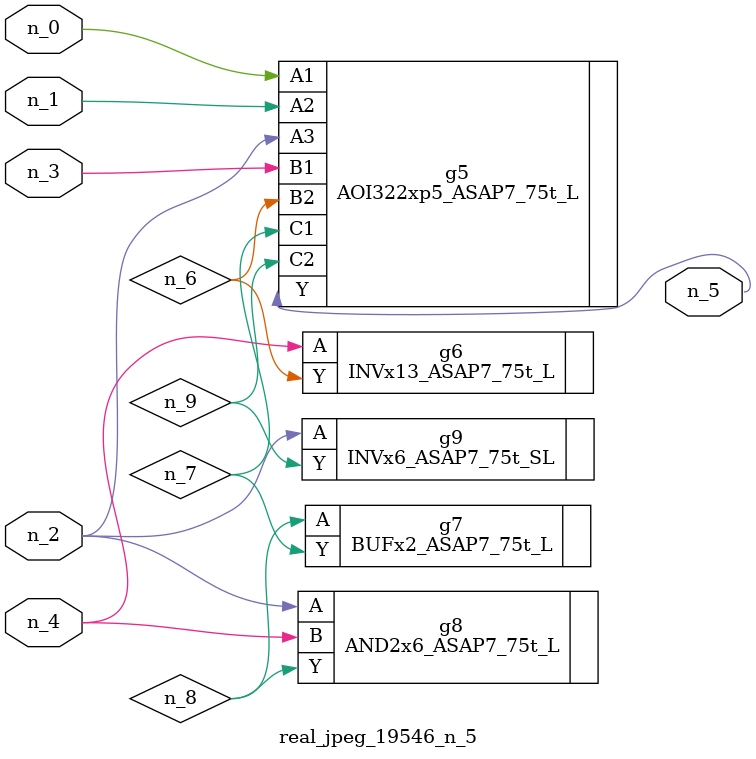
<source format=v>
module real_jpeg_19546_n_5 (n_4, n_0, n_1, n_2, n_3, n_5);

input n_4;
input n_0;
input n_1;
input n_2;
input n_3;

output n_5;

wire n_8;
wire n_6;
wire n_7;
wire n_9;

AOI322xp5_ASAP7_75t_L g5 ( 
.A1(n_0),
.A2(n_1),
.A3(n_2),
.B1(n_3),
.B2(n_6),
.C1(n_7),
.C2(n_9),
.Y(n_5)
);

AND2x6_ASAP7_75t_L g8 ( 
.A(n_2),
.B(n_4),
.Y(n_8)
);

INVx6_ASAP7_75t_SL g9 ( 
.A(n_2),
.Y(n_9)
);

INVx13_ASAP7_75t_L g6 ( 
.A(n_4),
.Y(n_6)
);

BUFx2_ASAP7_75t_L g7 ( 
.A(n_8),
.Y(n_7)
);


endmodule
</source>
